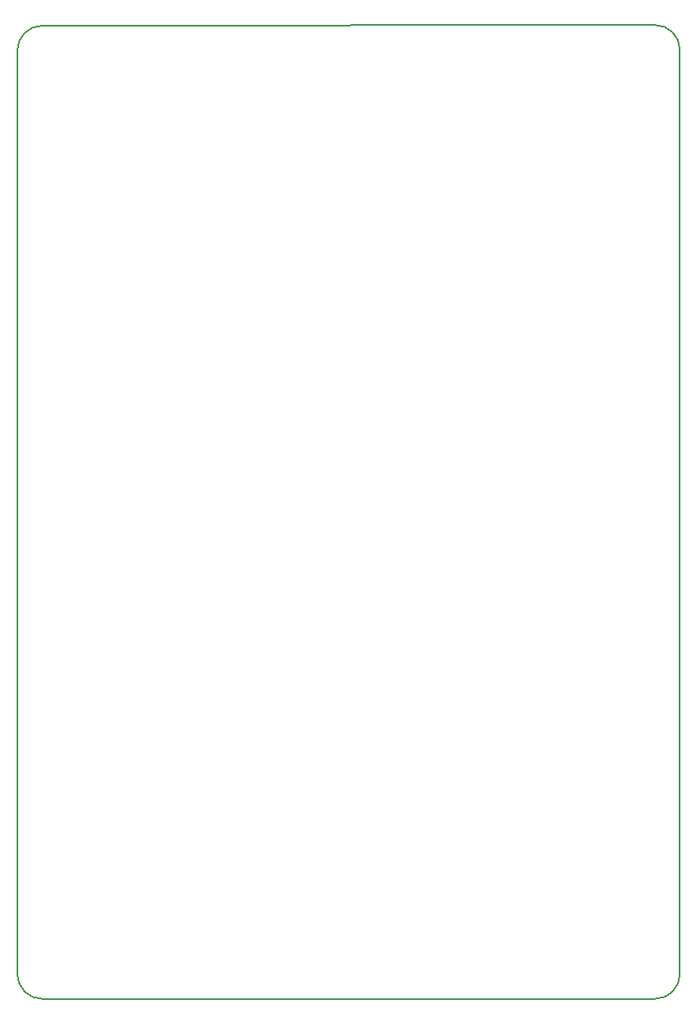
<source format=gbr>
G04 #@! TF.GenerationSoftware,KiCad,Pcbnew,5.0.2+dfsg1-1~bpo9+1*
G04 #@! TF.CreationDate,2019-01-08T10:19:29+00:00*
G04 #@! TF.ProjectId,zeroboy_new_back,7a65726f-626f-4795-9f6e-65775f626163,rev?*
G04 #@! TF.SameCoordinates,Original*
G04 #@! TF.FileFunction,Profile,NP*
%FSLAX46Y46*%
G04 Gerber Fmt 4.6, Leading zero omitted, Abs format (unit mm)*
G04 Created by KiCad (PCBNEW 5.0.2+dfsg1-1~bpo9+1) date Tue 08 Jan 2019 10:19:29 GMT*
%MOMM*%
%LPD*%
G01*
G04 APERTURE LIST*
%ADD10C,0.150000*%
G04 APERTURE END LIST*
D10*
X113030000Y-51181000D02*
X113030000Y-45974000D01*
X180721000Y-51117500D02*
X180721000Y-45910500D01*
X178181000Y-142811500D02*
X115570000Y-142811500D01*
X113030000Y-51181000D02*
X113030000Y-140271500D01*
X178181000Y-43370500D02*
X115570000Y-43434000D01*
X180721000Y-140271500D02*
X180721000Y-51117500D01*
X178181000Y-43370500D02*
G75*
G02X180721000Y-45910500I0J-2540000D01*
G01*
X113030000Y-45974000D02*
G75*
G02X115570000Y-43434000I2540000J0D01*
G01*
X115570000Y-142811500D02*
G75*
G02X113030000Y-140271500I0J2540000D01*
G01*
X180721000Y-140271500D02*
G75*
G02X178181000Y-142811500I-2540000J0D01*
G01*
M02*

</source>
